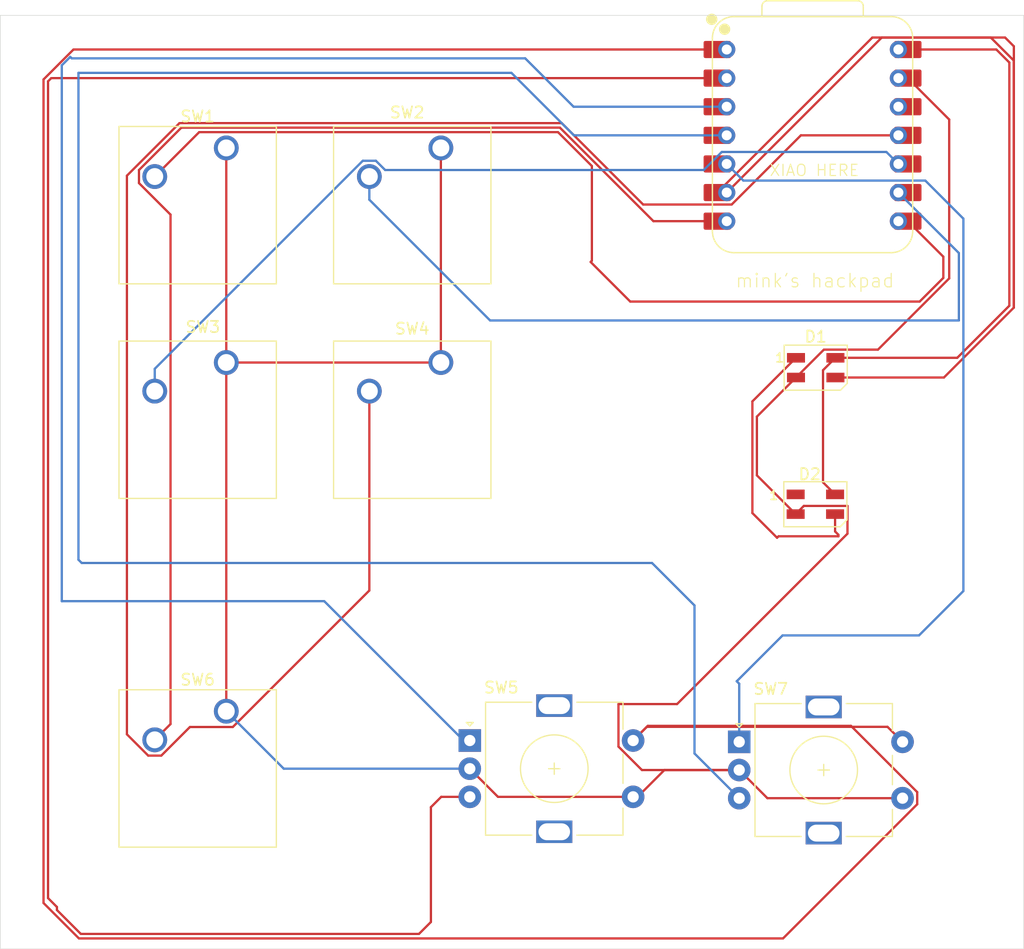
<source format=kicad_pcb>
(kicad_pcb (version 20241229) (generator "pcbnew") (generator_version "9.0")
  (layers (0 "F.Cu" signal) (2 "B.Cu" signal) (13 "F.Paste" user) (15 "B.Paste" user) (5 "F.SilkS" user "F.Silkscreen") (7 "B.SilkS" user "B.Silkscreen") (1 "F.Mask" user) (3 "B.Mask" user) (25 "Edge.Cuts" user))
  (net 0 "")
  (net 1 "Net-(D1-DIN)")
  (net 2 "+5V")
  (net 3 "Net-(D1-DOUT)")
  (net 4 "GND")
  (net 6 "Net-(U1-GPIO1{slash}RX)")
  (net 7 "Net-(U1-GPIO2{slash}SCK)")
  (net 8 "Net-(U1-GPIO4{slash}MISO)")
  (net 9 "Net-(U1-GPIO3{slash}MOSI)")
  (net 11 "Net-(U1-GPIO27{slash}ADC1{slash}A1)")
  (net 12 "Net-(U1-GPIO0{slash}TX)")
  (net 13 "Net-(U1-GPIO28{slash}ADC2{slash}A2)")
  (net 14 "Net-(U1-GPIO29{slash}ADC3{slash}A3)")
  (net 15 "Net-(U1-GPIO6{slash}SDA)")
  (net 16 "Net-(U1-GPIO26{slash}ADC0{slash}A0)")
  (footprint "Button_Switch_Keyboard:SW_Cherry_MX_1.00u_PCB" (layer "F.Cu") (at 82.804595 98.215)
    (property "Reference" "SW6" (at -2.54 -2.794 0) (layer "F.SilkS"))
    (property "Value" "SW_Push")
    (fp_line (start -9.525 -1.905) (end 4.445 -1.905) (stroke (width 0.12)) (layer "F.SilkS"))
    (fp_line (start -9.525 12.065) (end -9.525 -1.905) (stroke (width 0.12)) (layer "F.SilkS"))
    (fp_line (start 4.445 -1.905) (end 4.445 12.065) (stroke (width 0.12)) (layer "F.SilkS"))
    (fp_line (start 4.445 12.065) (end -9.525 12.065) (stroke (width 0.12)) (layer "F.SilkS"))
    (pad "" np_thru_hole circle (at -7.62 5.08) (size 1.7 1.7) (drill 1.7) (layers "*.Cu" "*.Mask"))
    (pad "" np_thru_hole circle (at -2.54 5.08) (size 4 4) (drill 4) (layers "*.Cu" "*.Mask"))
    (pad "" np_thru_hole circle (at 2.54 5.08) (size 1.7 1.7) (drill 1.7) (layers "*.Cu" "*.Mask"))
    (pad "1" thru_hole circle (at 0 0) (size 2.2 2.2) (drill 1.5) (layers "*.Cu" "*.Mask") (net 4 "GND"))
    (pad "2" thru_hole circle (at -6.35 2.54) (size 2.2 2.2) (drill 1.5) (layers "*.Cu" "*.Mask") (net 12 "Net-(U1-GPIO0{slash}TX)"))
  )
  (footprint "Rotary_Encoder:RotaryEncoder_Alps_EC11E-Switch_Vertical_H20mm" (layer "F.Cu") (at 128.340845 100.935)
    (property "Reference" "SW7" (at 2.8 -4.7 0) (layer "F.SilkS"))
    (property "Value" "RotaryEncoder_Switch")
    (fp_line (start -0.3 -1.6) (end 0.3 -1.6) (stroke (width 0.12)) (layer "F.SilkS"))
    (fp_line (start 0 -1.3) (end -0.3 -1.6) (stroke (width 0.12)) (layer "F.SilkS"))
    (fp_line (start 0.3 -1.6) (end 0 -1.3) (stroke (width 0.12)) (layer "F.SilkS"))
    (fp_line (start 1.4 -3.4) (end 1.4 8.4) (stroke (width 0.12)) (layer "F.SilkS"))
    (fp_line (start 5.5 -3.4) (end 1.4 -3.4) (stroke (width 0.12)) (layer "F.SilkS"))
    (fp_line (start 5.5 8.4) (end 1.4 8.4) (stroke (width 0.12)) (layer "F.SilkS"))
    (fp_line (start 7 2.5) (end 8 2.5) (stroke (width 0.12)) (layer "F.SilkS"))
    (fp_line (start 7.5 2) (end 7.5 3) (stroke (width 0.12)) (layer "F.SilkS"))
    (fp_line (start 9.5 -3.4) (end 13.6 -3.4) (stroke (width 0.12)) (layer "F.SilkS"))
    (fp_line (start 13.6 -3.4) (end 13.6 -1) (stroke (width 0.12)) (layer "F.SilkS"))
    (fp_line (start 13.6 1.2) (end 13.6 3.8) (stroke (width 0.12)) (layer "F.SilkS"))
    (fp_line (start 13.6 6) (end 13.6 8.4) (stroke (width 0.12)) (layer "F.SilkS"))
    (fp_line (start 13.6 8.4) (end 9.5 8.4) (stroke (width 0.12)) (layer "F.SilkS"))
    (fp_circle (center 7.5 2.5) (end 10.5 2.5) (stroke (width 0.12)) (fill no) (layer "F.SilkS"))
    (pad "A" thru_hole rect (at 0 0) (size 2 2) (drill 1) (layers "*.Cu" "*.Mask") (net 15 "Net-(U1-GPIO6{slash}SDA)"))
    (pad "B" thru_hole circle (at 0 5) (size 2 2) (drill 1) (layers "*.Cu" "*.Mask") (net 14 "Net-(U1-GPIO29{slash}ADC3{slash}A3)"))
    (pad "C" thru_hole circle (at 0 2.5) (size 2 2) (drill 1) (layers "*.Cu" "*.Mask") (net 4 "GND"))
    (pad "MP" thru_hole rect (at 7.5 -3.1) (size 3.2 2) (drill oval 2.8 1.5) (layers "*.Cu" "*.Mask"))
    (pad "MP" thru_hole rect (at 7.5 8.1) (size 3.2 2) (drill oval 2.8 1.5) (layers "*.Cu" "*.Mask"))
    (pad "S1" thru_hole circle (at 14.5 5) (size 2 2) (drill 1) (layers "*.Cu" "*.Mask") (net 4 "GND"))
    (pad "S2" thru_hole circle (at 14.5 0) (size 2 2) (drill 1) (layers "*.Cu" "*.Mask") (net 16 "Net-(U1-GPIO26{slash}ADC0{slash}A0)"))
  )
  (footprint "LED_SMD:LED_SK6812MINI_PLCC4_3.5x3.5mm_P1.75mm" (layer "F.Cu") (at 135.100845 79.84)
    (property "Reference" "D2" (at -0.5 -2.665 0) (layer "F.SilkS"))
    (property "Value" "SK6812MINI")
    (fp_line (start -2.8 -2) (end -2.8 2) (stroke (width 0.12)) (layer "F.SilkS"))
    (fp_line (start -2.8 -2) (end 2.8 -2) (stroke (width 0.12)) (layer "F.SilkS"))
    (fp_line (start -2.8 2) (end 2.2 2) (stroke (width 0.12)) (layer "F.SilkS"))
    (fp_line (start 2.8 1.4) (end 2.2 2) (stroke (width 0.12)) (layer "F.SilkS"))
    (fp_line (start 2.8 1.4) (end 2.8 -2) (stroke (width 0.12)) (layer "F.SilkS"))
    (fp_text user "1" (at -3.7 -0.79 0) (layer "F.SilkS") (effects (font (size 0.8 0.8))))
    (pad "1" smd rect (at -1.75 -0.875) (size 1.6 0.85) (layers "F.Cu" "F.Mask" "F.Paste"))
    (pad "2" smd rect (at -1.75 0.875) (size 1.6 0.85) (layers "F.Cu" "F.Mask" "F.Paste") (net 4 "GND"))
    (pad "3" smd rect (at 1.75 0.875) (size 1.6 0.85) (layers "F.Cu" "F.Mask" "F.Paste") (net 3 "Net-(D1-DOUT)"))
    (pad "4" smd rect (at 1.75 -0.875) (size 1.6 0.85) (layers "F.Cu" "F.Mask" "F.Paste") (net 2 "+5V"))
  )
  (footprint "Button_Switch_Keyboard:SW_Cherry_MX_1.00u_PCB" (layer "F.Cu") (at 101.854595 48.20875)
    (property "Reference" "SW2" (at -2.99 -3.15 0) (layer "F.SilkS"))
    (property "Value" "SW_Push")
    (fp_line (start -9.525 -1.905) (end 4.445 -1.905) (stroke (width 0.12)) (layer "F.SilkS"))
    (fp_line (start -9.525 12.065) (end -9.525 -1.905) (stroke (width 0.12)) (layer "F.SilkS"))
    (fp_line (start 4.445 -1.905) (end 4.445 12.065) (stroke (width 0.12)) (layer "F.SilkS"))
    (fp_line (start 4.445 12.065) (end -9.525 12.065) (stroke (width 0.12)) (layer "F.SilkS"))
    (pad "" np_thru_hole circle (at -7.62 5.08) (size 1.7 1.7) (drill 1.7) (layers "*.Cu" "*.Mask"))
    (pad "" np_thru_hole circle (at -2.54 5.08) (size 4 4) (drill 4) (layers "*.Cu" "*.Mask"))
    (pad "" np_thru_hole circle (at 2.54 5.08) (size 1.7 1.7) (drill 1.7) (layers "*.Cu" "*.Mask"))
    (pad "1" thru_hole circle (at 0 0) (size 2.2 2.2) (drill 1.5) (layers "*.Cu" "*.Mask") (net 4 "GND"))
    (pad "2" thru_hole circle (at -6.35 2.54) (size 2.2 2.2) (drill 1.5) (layers "*.Cu" "*.Mask") (net 7 "Net-(U1-GPIO2{slash}SCK)"))
  )
  (footprint "LED_SMD:LED_SK6812MINI_PLCC4_3.5x3.5mm_P1.75mm" (layer "F.Cu") (at 135.130845 67.715)
    (property "Reference" "D1" (at 0 -2.75 0) (layer "F.SilkS"))
    (property "Value" "SK6812MINI")
    (fp_line (start -2.8 -2) (end -2.8 2) (stroke (width 0.12)) (layer "F.SilkS"))
    (fp_line (start -2.8 -2) (end 2.8 -2) (stroke (width 0.12)) (layer "F.SilkS"))
    (fp_line (start -2.8 2) (end 2.2 2) (stroke (width 0.12)) (layer "F.SilkS"))
    (fp_line (start 2.8 1.4) (end 2.2 2) (stroke (width 0.12)) (layer "F.SilkS"))
    (fp_line (start 2.8 1.4) (end 2.8 -2) (stroke (width 0.12)) (layer "F.SilkS"))
    (fp_text user "1" (at -3.2 -0.875 0) (layer "F.SilkS") (effects (font (size 0.8 0.8))))
    (pad "1" smd rect (at -1.75 -0.875) (size 1.6 0.85) (layers "F.Cu" "F.Mask" "F.Paste") (net 3 "Net-(D1-DOUT)"))
    (pad "2" smd rect (at -1.75 0.875) (size 1.6 0.85) (layers "F.Cu" "F.Mask" "F.Paste") (net 4 "GND"))
    (pad "3" smd rect (at 1.75 0.875) (size 1.6 0.85) (layers "F.Cu" "F.Mask" "F.Paste") (net 1 "Net-(D1-DIN)"))
    (pad "4" smd rect (at 1.75 -0.875) (size 1.6 0.85) (layers "F.Cu" "F.Mask" "F.Paste") (net 2 "+5V"))
  )
  (footprint "Button_Switch_Keyboard:SW_Cherry_MX_1.00u_PCB" (layer "F.Cu") (at 101.854595 67.25875)
    (property "Reference" "SW4" (at -2.54 -3 0) (layer "F.SilkS"))
    (property "Value" "SW_Push")
    (fp_line (start -9.525 -1.905) (end 4.445 -1.905) (stroke (width 0.12)) (layer "F.SilkS"))
    (fp_line (start -9.525 12.065) (end -9.525 -1.905) (stroke (width 0.12)) (layer "F.SilkS"))
    (fp_line (start 4.445 -1.905) (end 4.445 12.065) (stroke (width 0.12)) (layer "F.SilkS"))
    (fp_line (start 4.445 12.065) (end -9.525 12.065) (stroke (width 0.12)) (layer "F.SilkS"))
    (pad "" np_thru_hole circle (at -7.62 5.08) (size 1.7 1.7) (drill 1.7) (layers "*.Cu" "*.Mask"))
    (pad "" np_thru_hole circle (at -2.54 5.08) (size 4 4) (drill 4) (layers "*.Cu" "*.Mask"))
    (pad "" np_thru_hole circle (at 2.54 5.08) (size 1.7 1.7) (drill 1.7) (layers "*.Cu" "*.Mask"))
    (pad "1" thru_hole circle (at 0 0) (size 2.2 2.2) (drill 1.5) (layers "*.Cu" "*.Mask") (net 4 "GND"))
    (pad "2" thru_hole circle (at -6.35 2.54) (size 2.2 2.2) (drill 1.5) (layers "*.Cu" "*.Mask") (net 9 "Net-(U1-GPIO3{slash}MOSI)"))
  )
  (footprint "Rotary_Encoder:RotaryEncoder_Alps_EC11E-Switch_Vertical_H20mm" (layer "F.Cu") (at 104.422095 100.81625)
    (property "Reference" "SW5" (at 2.8 -4.7 0) (layer "F.SilkS"))
    (property "Value" "RotaryEncoder_Switch")
    (fp_line (start -0.3 -1.6) (end 0.3 -1.6) (stroke (width 0.12)) (layer "F.SilkS"))
    (fp_line (start 0 -1.3) (end -0.3 -1.6) (stroke (width 0.12)) (layer "F.SilkS"))
    (fp_line (start 0.3 -1.6) (end 0 -1.3) (stroke (width 0.12)) (layer "F.SilkS"))
    (fp_line (start 1.4 -3.4) (end 1.4 8.4) (stroke (width 0.12)) (layer "F.SilkS"))
    (fp_line (start 5.5 -3.4) (end 1.4 -3.4) (stroke (width 0.12)) (layer "F.SilkS"))
    (fp_line (start 5.5 8.4) (end 1.4 8.4) (stroke (width 0.12)) (layer "F.SilkS"))
    (fp_line (start 7 2.5) (end 8 2.5) (stroke (width 0.12)) (layer "F.SilkS"))
    (fp_line (start 7.5 2) (end 7.5 3) (stroke (width 0.12)) (layer "F.SilkS"))
    (fp_line (start 9.5 -3.4) (end 13.6 -3.4) (stroke (width 0.12)) (layer "F.SilkS"))
    (fp_line (start 13.6 -3.4) (end 13.6 -1) (stroke (width 0.12)) (layer "F.SilkS"))
    (fp_line (start 13.6 1.2) (end 13.6 3.8) (stroke (width 0.12)) (layer "F.SilkS"))
    (fp_line (start 13.6 6) (end 13.6 8.4) (stroke (width 0.12)) (layer "F.SilkS"))
    (fp_line (start 13.6 8.4) (end 9.5 8.4) (stroke (width 0.12)) (layer "F.SilkS"))
    (fp_circle (center 7.5 2.5) (end 10.5 2.5) (stroke (width 0.12)) (fill no) (layer "F.SilkS"))
    (pad "A" thru_hole rect (at 0 0) (size 2 2) (drill 1) (layers "*.Cu" "*.Mask") (net 13 "Net-(U1-GPIO28{slash}ADC2{slash}A2)"))
    (pad "B" thru_hole circle (at 0 5) (size 2 2) (drill 1) (layers "*.Cu" "*.Mask") (net 11 "Net-(U1-GPIO27{slash}ADC1{slash}A1)"))
    (pad "C" thru_hole circle (at 0 2.5) (size 2 2) (drill 1) (layers "*.Cu" "*.Mask") (net 4 "GND"))
    (pad "MP" thru_hole rect (at 7.5 -3.1) (size 3.2 2) (drill oval 2.8 1.5) (layers "*.Cu" "*.Mask"))
    (pad "MP" thru_hole rect (at 7.5 8.1) (size 3.2 2) (drill oval 2.8 1.5) (layers "*.Cu" "*.Mask"))
    (pad "S1" thru_hole circle (at 14.5 5) (size 2 2) (drill 1) (layers "*.Cu" "*.Mask") (net 4 "GND"))
    (pad "S2" thru_hole circle (at 14.5 0) (size 2 2) (drill 1) (layers "*.Cu" "*.Mask") (net 16 "Net-(U1-GPIO26{slash}ADC0{slash}A0)"))
  )
  (footprint "OPL:XIAO-RP2040-DIP" (layer "F.Cu") (at 134.850845 47.09)
    (property "Reference" "U1" (hide yes))
    (property "Value" "XIAO-RP2040-DIP")
    (fp_line (start -8.89 8.509) (end -8.89 -8.636) (stroke (width 0.127)) (layer "F.SilkS"))
    (fp_line (start -6.985 10.414) (end 6.985 10.414) (stroke (width 0.127)) (layer "F.SilkS"))
    (fp_line (start -4.495 -10.541) (end -4.491272 -11.451272) (stroke (width 0.127)) (layer "F.SilkS"))
    (fp_line (start -3.991272 -11.951) (end 4.004 -11.951) (stroke (width 0.127)) (layer "F.SilkS"))
    (fp_line (start 4.504 -11.451) (end 4.504 -10.541) (stroke (width 0.127)) (layer "F.SilkS"))
    (fp_line (start 6.985 -10.541) (end -6.985 -10.541) (stroke (width 0.1)) (layer "F.SilkS"))
    (fp_line (start 6.985 -10.541) (end -6.985 -10.541) (stroke (width 0.127)) (layer "F.SilkS"))
    (fp_line (start 8.89 8.509) (end 8.89 -8.636) (stroke (width 0.127)) (layer "F.SilkS"))
    (fp_arc (start -8.89 -8.636) (mid -8.332038 -9.983038) (end -6.985 -10.541) (stroke (width 0.127)) (layer "F.SilkS"))
    (fp_arc (start -6.985 10.414) (mid -8.332038 9.856038) (end -8.89 8.509) (stroke (width 0.127)) (layer "F.SilkS"))
    (fp_arc (start -4.491272 -11.451272) (mid -4.344728 -11.80464) (end -3.991272 -11.951) (stroke (width 0.127)) (layer "F.SilkS"))
    (fp_arc (start 4.004 -11.951) (mid 4.357553 -11.804553) (end 4.504 -11.451) (stroke (width 0.127)) (layer "F.SilkS"))
    (fp_arc (start 6.985 -10.541) (mid 8.332038 -9.983038) (end 8.89 -8.636) (stroke (width 0.127)) (layer "F.SilkS"))
    (fp_arc (start 8.89 8.509) (mid 8.332038 9.856038) (end 6.985 10.414) (stroke (width 0.127)) (layer "F.SilkS"))
    (fp_circle (center -8.95 -10.3) (end -8.95 -10.554) (stroke (width 0.5)) (fill yes) (layer "F.SilkS"))
    (fp_circle (center -7.807 -9.42) (end -7.807 -9.674) (stroke (width 0.5)) (fill yes) (layer "F.SilkS"))
    (pad "1" smd roundrect (at -8.455 -7.62 180) (size 2.432 1.524) (layers "F.Cu" "F.Mask") (roundrect_rratio 0.1) (net 16 "Net-(U1-GPIO26{slash}ADC0{slash}A0)"))
    (pad "1" thru_hole circle (at -7.62 -7.62 180) (size 1.524 1.524) (drill 0.889) (layers "*.Cu" "*.Mask") (net 16 "Net-(U1-GPIO26{slash}ADC0{slash}A0)"))
    (pad "2" smd roundrect (at -8.455 -5.08 180) (size 2.432 1.524) (layers "F.Cu" "F.Mask") (roundrect_rratio 0.1) (net 11 "Net-(U1-GPIO27{slash}ADC1{slash}A1)"))
    (pad "2" thru_hole circle (at -7.62 -5.08 180) (size 1.524 1.524) (drill 0.889) (layers "*.Cu" "*.Mask") (net 11 "Net-(U1-GPIO27{slash}ADC1{slash}A1)"))
    (pad "3" smd roundrect (at -8.455 -2.54 180) (size 2.432 1.524) (layers "F.Cu" "F.Mask") (roundrect_rratio 0.1) (net 13 "Net-(U1-GPIO28{slash}ADC2{slash}A2)"))
    (pad "3" thru_hole circle (at -7.62 -2.54 180) (size 1.524 1.524) (drill 0.889) (layers "*.Cu" "*.Mask") (net 13 "Net-(U1-GPIO28{slash}ADC2{slash}A2)"))
    (pad "4" smd roundrect (at -8.455 0 180) (size 2.432 1.524) (layers "F.Cu" "F.Mask") (roundrect_rratio 0.1) (net 14 "Net-(U1-GPIO29{slash}ADC3{slash}A3)"))
    (pad "4" thru_hole circle (at -7.62 0 180) (size 1.524 1.524) (drill 0.889) (layers "*.Cu" "*.Mask") (net 14 "Net-(U1-GPIO29{slash}ADC3{slash}A3)"))
    (pad "5" smd roundrect (at -8.455 2.54 180) (size 2.432 1.524) (layers "F.Cu" "F.Mask") (roundrect_rratio 0.1) (net 15 "Net-(U1-GPIO6{slash}SDA)"))
    (pad "5" thru_hole circle (at -7.62 2.54 180) (size 1.524 1.524) (drill 0.889) (layers "*.Cu" "*.Mask") (net 15 "Net-(U1-GPIO6{slash}SDA)"))
    (pad "6" smd roundrect (at -8.455 5.08 180) (size 2.432 1.524) (layers "F.Cu" "F.Mask") (roundrect_rratio 0.1) (net 1 "Net-(D1-DIN)"))
    (pad "6" thru_hole circle (at -7.62 5.08 180) (size 1.524 1.524) (drill 0.889) (layers "*.Cu" "*.Mask") (net 1 "Net-(D1-DIN)"))
    (pad "7" smd roundrect (at -8.455 7.62 180) (size 2.432 1.524) (layers "F.Cu" "F.Mask") (roundrect_rratio 0.1) (net 12 "Net-(U1-GPIO0{slash}TX)"))
    (pad "7" thru_hole circle (at -7.62 7.62 180) (size 1.524 1.524) (drill 0.889) (layers "*.Cu" "*.Mask") (net 12 "Net-(U1-GPIO0{slash}TX)"))
    (pad "8" thru_hole circle (at 7.62 7.62) (size 1.524 1.524) (drill 0.889) (layers "*.Cu" "*.Mask") (net 6 "Net-(U1-GPIO1{slash}RX)"))
    (pad "8" smd roundrect (at 8.455 7.62) (size 2.432 1.524) (layers "F.Cu" "F.Mask") (roundrect_rratio 0.1) (net 6 "Net-(U1-GPIO1{slash}RX)"))
    (pad "9" thru_hole circle (at 7.62 5.08) (size 1.524 1.524) (drill 0.889) (layers "*.Cu" "*.Mask") (net 7 "Net-(U1-GPIO2{slash}SCK)"))
    (pad "9" smd roundrect (at 8.455 5.08) (size 2.432 1.524) (layers "F.Cu" "F.Mask") (roundrect_rratio 0.1) (net 7 "Net-(U1-GPIO2{slash}SCK)"))
    (pad "10" thru_hole circle (at 7.62 2.54) (size 1.524 1.524) (drill 0.889) (layers "*.Cu" "*.Mask") (net 8 "Net-(U1-GPIO4{slash}MISO)"))
    (pad "10" smd roundrect (at 8.455 2.54) (size 2.432 1.524) (layers "F.Cu" "F.Mask") (roundrect_rratio 0.1) (net 8 "Net-(U1-GPIO4{slash}MISO)"))
    (pad "11" thru_hole circle (at 7.62 0) (size 1.524 1.524) (drill 0.889) (layers "*.Cu" "*.Mask") (net 9 "Net-(U1-GPIO3{slash}MOSI)"))
    (pad "11" smd roundrect (at 8.455 0) (size 2.432 1.524) (layers "F.Cu" "F.Mask") (roundrect_rratio 0.1) (net 9 "Net-(U1-GPIO3{slash}MOSI)"))
    (pad "12" thru_hole circle (at 7.62 -2.54) (size 1.524 1.524) (drill 0.889) (layers "*.Cu" "*.Mask"))
    (pad "12" smd roundrect (at 8.455 -2.54) (size 2.432 1.524) (layers "F.Cu" "F.Mask") (roundrect_rratio 0.1))
    (pad "13" thru_hole circle (at 7.62 -5.08) (size 1.524 1.524) (drill 0.889) (layers "*.Cu" "*.Mask") (net 4 "GND"))
    (pad "13" smd roundrect (at 8.455 -5.08) (size 2.432 1.524) (layers "F.Cu" "F.Mask") (roundrect_rratio 0.1) (net 4 "GND"))
    (pad "14" thru_hole circle (at 7.62 -7.62) (size 1.524 1.524) (drill 0.889) (layers "*.Cu" "*.Mask") (net 2 "+5V"))
    (pad "14" smd roundrect (at 8.455 -7.62) (size 2.432 1.524) (layers "F.Cu" "F.Mask") (roundrect_rratio 0.1) (net 2 "+5V"))
  )
  (footprint "Button_Switch_Keyboard:SW_Cherry_MX_1.00u_PCB" (layer "F.Cu") (at 82.804595 67.25875)
    (property "Reference" "SW3" (at -2.08 -3.15 0) (layer "F.SilkS"))
    (property "Value" "SW_Push")
    (fp_line (start -9.525 -1.905) (end 4.445 -1.905) (stroke (width 0.12)) (layer "F.SilkS"))
    (fp_line (start -9.525 12.065) (end -9.525 -1.905) (stroke (width 0.12)) (layer "F.SilkS"))
    (fp_line (start 4.445 -1.905) (end 4.445 12.065) (stroke (width 0.12)) (layer "F.SilkS"))
    (fp_line (start 4.445 12.065) (end -9.525 12.065) (stroke (width 0.12)) (layer "F.SilkS"))
    (pad "" np_thru_hole circle (at -7.62 5.08) (size 1.7 1.7) (drill 1.7) (layers "*.Cu" "*.Mask"))
    (pad "" np_thru_hole circle (at -2.54 5.08) (size 4 4) (drill 4) (layers "*.Cu" "*.Mask"))
    (pad "" np_thru_hole circle (at 2.54 5.08) (size 1.7 1.7) (drill 1.7) (layers "*.Cu" "*.Mask"))
    (pad "1" thru_hole circle (at 0 0) (size 2.2 2.2) (drill 1.5) (layers "*.Cu" "*.Mask") (net 4 "GND"))
    (pad "2" thru_hole circle (at -6.35 2.54) (size 2.2 2.2) (drill 1.5) (layers "*.Cu" "*.Mask") (net 8 "Net-(U1-GPIO4{slash}MISO)"))
  )
  (footprint "Button_Switch_Keyboard:SW_Cherry_MX_1.00u_PCB" (layer "F.Cu") (at 82.804595 48.20875)
    (property "Reference" "SW1" (at -2.54 -2.794 0) (layer "F.SilkS"))
    (property "Value" "SW_Push")
    (fp_line (start -9.525 -1.905) (end 4.445 -1.905) (stroke (width 0.12)) (layer "F.SilkS"))
    (fp_line (start -9.525 12.065) (end -9.525 -1.905) (stroke (width 0.12)) (layer "F.SilkS"))
    (fp_line (start 4.445 -1.905) (end 4.445 12.065) (stroke (width 0.12)) (layer "F.SilkS"))
    (fp_line (start 4.445 12.065) (end -9.525 12.065) (stroke (width 0.12)) (layer "F.SilkS"))
    (pad "" np_thru_hole circle (at -7.62 5.08) (size 1.7 1.7) (drill 1.7) (layers "*.Cu" "*.Mask"))
    (pad "" np_thru_hole circle (at -2.54 5.08) (size 4 4) (drill 4) (layers "*.Cu" "*.Mask"))
    (pad "" np_thru_hole circle (at 2.54 5.08) (size 1.7 1.7) (drill 1.7) (layers "*.Cu" "*.Mask"))
    (pad "1" thru_hole circle (at 0 0) (size 2.2 2.2) (drill 1.5) (layers "*.Cu" "*.Mask") (net 4 "GND"))
    (pad "2" thru_hole circle (at -6.35 2.54) (size 2.2 2.2) (drill 1.5) (layers "*.Cu" "*.Mask") (net 6 "Net-(U1-GPIO1{slash}RX)"))
  )
  (gr_rect (start 62.740845 36.44) (end 153.6 119.3) (stroke (width 0.05)) (fill no) (layer "Edge.Cuts"))
  (gr_text "XIAO HERE" (at 130.970845 50.785 0) (layer "F.SilkS") (effects (font (size 1 1) (thickness 0.1)) (justify left bottom)))
  (gr_text "mink's hackpad" (at 127.940845 60.695 0) (layer "F.SilkS") (effects (font (size 1.2 1.2) (thickness 0.1)) (justify left bottom)))
  (segment (start 152.721845 62.3811) (end 152.721845 39.186) (width 0.2) (layer "F.Cu") (net 1))
  (segment (start 152.721845 39.186) (end 151.942845 38.407) (width 0.2) (layer "F.Cu") (net 1))
  (segment (start 140.993845 38.407) (end 127.230845 52.17) (width 0.2) (layer "F.Cu") (net 1))
  (segment (start 146.512945 68.59) (end 152.721845 62.3811) (width 0.2) (layer "F.Cu") (net 1))
  (segment (start 152.721845 40.4589) (end 150.669945 38.407) (width 0.2) (layer "F.Cu") (net 1))
  (segment (start 152.721845 62.3811) (end 152.721845 40.4589) (width 0.2) (layer "F.Cu") (net 1))
  (segment (start 140.158845 38.407) (end 126.395845 52.17) (width 0.2) (layer "F.Cu") (net 1))
  (segment (start 136.880845 68.59) (end 146.512945 68.59) (width 0.2) (layer "F.Cu") (net 1))
  (segment (start 151.942845 38.407) (end 140.158845 38.407) (width 0.2) (layer "F.Cu") (net 1))
  (segment (start 150.669945 38.407) (end 140.993845 38.407) (width 0.2) (layer "F.Cu") (net 1))
  (segment (start 152.320845 62.215) (end 147.695845 66.84) (width 0.2) (layer "F.Cu") (net 2))
  (segment (start 136.880845 66.84) (end 135.779845 67.941) (width 0.2) (layer "F.Cu") (net 2))
  (segment (start 147.695845 66.84) (end 136.880845 66.84) (width 0.2) (layer "F.Cu") (net 2))
  (segment (start 135.779845 77.894) (end 136.850845 78.965) (width 0.2) (layer "F.Cu") (net 2))
  (segment (start 152.320845 40.625) (end 152.320845 62.215) (width 0.2) (layer "F.Cu") (net 2))
  (segment (start 151.165845 39.47) (end 152.320845 40.625) (width 0.2) (layer "F.Cu") (net 2))
  (segment (start 135.779845 67.941) (end 135.779845 77.894) (width 0.2) (layer "F.Cu") (net 2))
  (segment (start 142.470845 39.47) (end 151.165845 39.47) (width 0.2) (layer "F.Cu") (net 2))
  (segment (start 129.509845 70.711) (end 129.509845 80.624) (width 0.2) (layer "F.Cu") (net 3))
  (segment (start 137.150845 82.555) (end 136.850845 82.255) (width 0.2) (layer "F.Cu") (net 3))
  (segment (start 129.509845 80.624) (end 131.700845 82.815) (width 0.2) (layer "F.Cu") (net 3))
  (segment (start 131.700845 82.815) (end 131.830845 82.685) (width 0.2) (layer "F.Cu") (net 3))
  (segment (start 131.830845 82.685) (end 137.150845 82.685) (width 0.2) (layer "F.Cu") (net 3))
  (segment (start 133.380845 66.84) (end 129.509845 70.711) (width 0.2) (layer "F.Cu") (net 3))
  (segment (start 137.150845 82.685) (end 137.150845 82.555) (width 0.2) (layer "F.Cu") (net 3))
  (segment (start 136.850845 82.255) (end 136.850845 80.715) (width 0.2) (layer "F.Cu") (net 3))
  (segment (start 129.910845 72.06) (end 129.910845 77.275) (width 0.2) (layer "F.Cu") (net 4))
  (segment (start 137.951845 82.4511) (end 137.951845 79.989) (width 0.2) (layer "F.Cu") (net 4))
  (segment (start 82.804595 98.215) (end 82.804595 67.25875) (width 0.2) (layer "F.Cu") (net 4))
  (segment (start 135.856845 66.114) (end 133.380845 68.59) (width 0.2) (layer "F.Cu") (net 4))
  (segment (start 104.422095 103.31625) (end 106.922095 105.81625) (width 0.2) (layer "F.Cu") (net 4))
  (segment (start 117.621095 97.578905) (end 122.82404 97.578905) (width 0.2) (layer "F.Cu") (net 4))
  (segment (start 119.700953 103.435) (end 117.621095 101.355142) (width 0.2) (layer "F.Cu") (net 4))
  (segment (start 106.922095 105.81625) (end 118.922095 105.81625) (width 0.2) (layer "F.Cu") (net 4))
  (segment (start 121.7 103.435) (end 119.403972 105.731028) (width 0.2) (layer "F.Cu") (net 4))
  (segment (start 101.854595 67.25875) (end 82.804595 67.25875) (width 0.2) (layer "F.Cu") (net 4))
  (segment (start 119.403972 105.731028) (end 119.205645 105.532701) (width 0.2) (layer "F.Cu") (net 4))
  (segment (start 133.380845 68.59) (end 129.910845 72.06) (width 0.2) (layer "F.Cu") (net 4))
  (segment (start 101.854595 48.20875) (end 101.854595 67.25875) (width 0.2) (layer "F.Cu") (net 4))
  (segment (start 130.840845 105.935) (end 142.840845 105.935) (width 0.2) (layer "F.Cu") (net 4))
  (segment (start 117.621095 101.355142) (end 117.621095 97.578905) (width 0.2) (layer "F.Cu") (net 4))
  (segment (start 128.340845 103.435) (end 121.7 103.435) (width 0.2) (layer "F.Cu") (net 4))
  (segment (start 134.076845 79.989) (end 133.350845 80.715) (width 0.2) (layer "F.Cu") (net 4))
  (segment (start 140.658945 66.114) (end 135.856845 66.114) (width 0.2) (layer "F.Cu") (net 4))
  (segment (start 143.305845 42.01) (end 146.981845 45.686) (width 0.2) (layer "F.Cu") (net 4))
  (segment (start 128.340845 103.435) (end 130.840845 105.935) (width 0.2) (layer "F.Cu") (net 4))
  (segment (start 137.951845 79.989) (end 134.076845 79.989) (width 0.2) (layer "F.Cu") (net 4))
  (segment (start 146.981845 45.686) (end 146.981845 59.7911) (width 0.2) (layer "F.Cu") (net 4))
  (segment (start 129.910845 77.275) (end 133.350845 80.715) (width 0.2) (layer "F.Cu") (net 4))
  (segment (start 82.804595 67.25875) (end 82.804595 48.20875) (width 0.2) (layer "F.Cu") (net 4))
  (segment (start 128.340845 103.435) (end 119.700953 103.435) (width 0.2) (layer "F.Cu") (net 4))
  (segment (start 122.82404 97.578905) (end 137.951845 82.4511) (width 0.2) (layer "F.Cu") (net 4))
  (segment (start 146.981845 59.7911) (end 140.658945 66.114) (width 0.2) (layer "F.Cu") (net 4))
  (segment (start 87.905845 103.31625) (end 82.804595 98.215) (width 0.2) (layer "B.Cu") (net 4))
  (segment (start 104.422095 103.31625) (end 87.905845 103.31625) (width 0.2) (layer "B.Cu") (net 4))
  (segment (start 112.253595 46.80775) (end 115.260845 49.815) (width 0.2) (layer "F.Cu") (net 6))
  (segment (start 146.460845 59.745001) (end 144.357923 61.847923) (width 0.2) (layer "F.Cu") (net 6))
  (segment (start 118.667923 61.847923) (end 115.15 58.33) (width 0.2) (layer "F.Cu") (net 6))
  (segment (start 76.454595 50.74875) (end 80.395595 46.80775) (width 0.2) (layer "F.Cu") (net 6))
  (segment (start 146.460845 57.865) (end 146.460845 59.745001) (width 0.2) (layer "F.Cu") (net 6))
  (segment (start 144.357923 61.847923) (end 118.667923 61.847923) (width 0.2) (layer "F.Cu") (net 6))
  (segment (start 115.260845 58.219155) (end 115.15 58.33) (width 0.2) (layer "F.Cu") (net 6))
  (segment (start 143.305845 54.71) (end 146.460845 57.865) (width 0.2) (layer "F.Cu") (net 6))
  (segment (start 80.395595 46.80775) (end 112.253595 46.80775) (width 0.2) (layer "F.Cu") (net 6))
  (segment (start 115.260845 49.815) (end 115.260845 58.219155) (width 0.2) (layer "F.Cu") (net 6))
  (segment (start 95.504595 52.803566) (end 106.226029 63.525) (width 0.2) (layer "B.Cu") (net 7))
  (segment (start 147.840845 63.525) (end 147.840845 57.54) (width 0.2) (layer "B.Cu") (net 7))
  (segment (start 106.226029 63.525) (end 147.840845 63.525) (width 0.2) (layer "B.Cu") (net 7))
  (segment (start 95.504595 50.74875) (end 95.504595 52.803566) (width 0.2) (layer "B.Cu") (net 7))
  (segment (start 147.840845 57.54) (end 142.470845 52.17) (width 0.2) (layer "B.Cu") (net 7))
  (segment (start 126.790535 48.567) (end 141.407845 48.567) (width 0.2) (layer "B.Cu") (net 8))
  (segment (start 76.454595 69.79875) (end 76.454595 67.817436) (width 0.2) (layer "B.Cu") (net 8))
  (segment (start 141.407845 48.567) (end 142.470845 49.63) (width 0.2) (layer "B.Cu") (net 8))
  (segment (start 96.084909 49.34775) (end 96.905595 50.168436) (width 0.2) (layer "B.Cu") (net 8))
  (segment (start 76.454595 67.817436) (end 94.924281 49.34775) (width 0.2) (layer "B.Cu") (net 8))
  (segment (start 125.189099 50.168436) (end 126.790535 48.567) (width 0.2) (layer "B.Cu") (net 8))
  (segment (start 96.905595 50.168436) (end 125.189099 50.168436) (width 0.2) (layer "B.Cu") (net 8))
  (segment (start 94.924281 49.34775) (end 96.084909 49.34775) (width 0.2) (layer "B.Cu") (net 8))
  (segment (start 143.305845 47.09) (end 133.814155 47.09) (width 0.2) (layer "F.Cu") (net 9))
  (segment (start 95.504595 87.496314) (end 95.504595 69.79875) (width 0.2) (layer "F.Cu") (net 9))
  (segment (start 112.585795 46.00575) (end 78.649181 46.00575) (width 0.2) (layer "F.Cu") (net 9))
  (segment (start 73.983595 50.671336) (end 73.983595 100.265314) (width 0.2) (layer "F.Cu") (net 9))
  (segment (start 75.874281 102.156) (end 77.034909 102.156) (width 0.2) (layer "F.Cu") (net 9))
  (segment (start 79.574909 99.616) (end 83.384909 99.616) (width 0.2) (layer "F.Cu") (net 9))
  (segment (start 119.813045 53.233) (end 112.585795 46.00575) (width 0.2) (layer "F.Cu") (net 9))
  (segment (start 83.384909 99.616) (end 95.504595 87.496314) (width 0.2) (layer "F.Cu") (net 9))
  (segment (start 127.671155 53.233) (end 119.813045 53.233) (width 0.2) (layer "F.Cu") (net 9))
  (segment (start 73.983595 100.265314) (end 75.874281 102.156) (width 0.2) (layer "F.Cu") (net 9))
  (segment (start 78.649181 46.00575) (end 73.983595 50.671336) (width 0.2) (layer "F.Cu") (net 9))
  (segment (start 133.814155 47.09) (end 127.671155 53.233) (width 0.2) (layer "F.Cu") (net 9))
  (segment (start 77.034909 102.156) (end 79.574909 99.616) (width 0.2) (layer "F.Cu") (net 9))
  (segment (start 67.770845 115.595) (end 67.770845 115.865) (width 0.2) (layer "F.Cu") (net 11))
  (segment (start 69.890845 117.985) (end 99.910845 117.985) (width 0.2) (layer "F.Cu") (net 11))
  (segment (start 66.980845 42.295) (end 66.980845 114.805) (width 0.2) (layer "F.Cu") (net 11))
  (segment (start 126.395845 42.01) (end 67.265845 42.01) (width 0.2) (layer "F.Cu") (net 11))
  (segment (start 67.770845 115.865) (end 69.890845 117.985) (width 0.2) (layer "F.Cu") (net 11))
  (segment (start 67.265845 42.01) (end 66.980845 42.295) (width 0.2) (layer "F.Cu") (net 11))
  (segment (start 99.910845 117.985) (end 100.970845 116.925) (width 0.2) (layer "F.Cu") (net 11))
  (segment (start 100.970845 106.7325) (end 101.887095 105.81625) (width 0.2) (layer "F.Cu") (net 11))
  (segment (start 100.970845 116.925) (end 100.970845 106.7325) (width 0.2) (layer "F.Cu") (net 11))
  (segment (start 66.980845 114.805) (end 67.770845 115.595) (width 0.2) (layer "F.Cu") (net 11))
  (segment (start 101.887095 105.81625) (end 104.422095 105.81625) (width 0.2) (layer "F.Cu") (net 11))
  (segment (start 112.419695 46.40675) (end 78.815281 46.40675) (width 0.2) (layer "F.Cu") (net 12))
  (segment (start 75.053595 50.168436) (end 75.053595 51.329064) (width 0.2) (layer "F.Cu") (net 12))
  (segment (start 77.855595 54.131064) (end 77.855595 99.354) (width 0.2) (layer "F.Cu") (net 12))
  (segment (start 78.815281 46.40675) (end 75.053595 50.168436) (width 0.2) (layer "F.Cu") (net 12))
  (segment (start 77.855595 99.354) (end 76.454595 100.755) (width 0.2) (layer "F.Cu") (net 12))
  (segment (start 127.230845 54.71) (end 120.722945 54.71) (width 0.2) (layer "F.Cu") (net 12))
  (segment (start 75.053595 51.329064) (end 77.855595 54.131064) (width 0.2) (layer "F.Cu") (net 12))
  (segment (start 120.722945 54.71) (end 112.419695 46.40675) (width 0.2) (layer "F.Cu") (net 12))
  (segment (start 68.200845 88.445) (end 91.500845 88.445) (width 0.2) (layer "B.Cu") (net 13))
  (segment (start 69.080845 40.255) (end 68.950845 40.125) (width 0.2) (layer "B.Cu") (net 13))
  (segment (start 68.200845 40.875) (end 68.200845 88.445) (width 0.2) (layer "B.Cu") (net 13))
  (segment (start 68.950845 40.125) (end 68.200845 40.875) (width 0.2) (layer "B.Cu") (net 13))
  (segment (start 103.872095 100.81625) (end 104.422095 100.81625) (width 0.2) (layer "B.Cu") (net 13))
  (segment (start 127.230845 44.55) (end 113.635845 44.55) (width 0.2) (layer "B.Cu") (net 13))
  (segment (start 113.635845 44.55) (end 109.340845 40.255) (width 0.2) (layer "B.Cu") (net 13))
  (segment (start 91.500845 88.445) (end 103.872095 100.81625) (width 0.2) (layer "B.Cu") (net 13))
  (segment (start 109.340845 40.255) (end 69.080845 40.255) (width 0.2) (layer "B.Cu") (net 13))
  (segment (start 120.600845 85.055) (end 124.370845 88.825) (width 0.2) (layer "B.Cu") (net 14))
  (segment (start 127.230845 47.09) (end 113.665845 47.09) (width 0.2) (layer "B.Cu") (net 14))
  (segment (start 113.665845 47.09) (end 108.120845 41.545) (width 0.2) (layer "B.Cu") (net 14))
  (segment (start 69.680845 41.545) (end 69.680845 84.765) (width 0.2) (layer "B.Cu") (net 14))
  (segment (start 124.370845 101.965) (end 128.340845 105.935) (width 0.2) (layer "B.Cu") (net 14))
  (segment (start 69.970845 85.055) (end 120.600845 85.055) (width 0.2) (layer "B.Cu") (net 14))
  (segment (start 108.120845 41.545) (end 69.680845 41.545) (width 0.2) (layer "B.Cu") (net 14))
  (segment (start 124.370845 88.825) (end 124.370845 101.965) (width 0.2) (layer "B.Cu") (net 14))
  (segment (start 69.680845 84.765) (end 69.970845 85.055) (width 0.2) (layer "B.Cu") (net 14))
  (segment (start 144.861845 51.107) (end 148.241845 54.487) (width 0.2) (layer "B.Cu") (net 15))
  (segment (start 148.241845 87.544) (end 144.300845 91.485) (width 0.2) (layer "B.Cu") (net 15))
  (segment (start 148.241845 54.487) (end 148.241845 87.544) (width 0.2) (layer "B.Cu") (net 15))
  (segment (start 132.190845 91.485) (end 128.120845 95.555) (width 0.2) (layer "B.Cu") (net 15))
  (segment (start 127.230845 49.63) (end 128.707845 51.107) (width 0.2) (layer "B.Cu") (net 15))
  (segment (start 144.300845 91.485) (end 132.190845 91.485) (width 0.2) (layer "B.Cu") (net 15))
  (segment (start 128.340845 95.775) (end 128.340845 100.935) (width 0.2) (layer "B.Cu") (net 15))
  (segment (start 128.120845 95.555) (end 128.340845 95.775) (width 0.2) (layer "B.Cu") (net 15))
  (segment (start 128.707845 51.107) (end 144.861845 51.107) (width 0.2) (layer "B.Cu") (net 15))
  (segment (start 138.260987 99.51525) (end 144.141845 105.396108) (width 0.2) (layer "F.Cu") (net 16))
  (segment (start 144.141845 106.473892) (end 132.229737 118.386) (width 0.2) (layer "F.Cu") (net 16))
  (segment (start 69.238745 39.47) (end 127.230845 39.47) (width 0.2) (layer "F.Cu") (net 16))
  (segment (start 66.579845 115.2411) (end 66.579845 42.1289) (width 0.2) (layer "F.Cu") (net 16))
  (segment (start 66.579845 42.1289) (end 69.238745 39.47) (width 0.2) (layer "F.Cu") (net 16))
  (segment (start 69.724745 118.386) (end 66.579845 115.2411) (width 0.2) (layer "F.Cu") (net 16))
  (segment (start 144.141845 105.396108) (end 144.141845 106.473892) (width 0.2) (layer "F.Cu") (net 16))
  (segment (start 120.138345 99.6) (end 118.922095 100.81625) (width 0.2) (layer "F.Cu") (net 16))
  (segment (start 142.840845 100.935) (end 141.505845 99.6) (width 0.2) (layer "F.Cu") (net 16))
  (segment (start 132.229737 118.386) (end 69.724745 118.386) (width 0.2) (layer "F.Cu") (net 16))
  (segment (start 120.223095 99.51525) (end 138.260987 99.51525) (width 0.2) (layer "F.Cu") (net 16))
  (segment (start 141.505845 99.6) (end 120.138345 99.6) (width 0.2) (layer "F.Cu") (net 16))
  (segment (start 118.922095 100.81625) (end 120.223095 99.51525) (width 0.2) (layer "F.Cu") (net 16))
  (segment (start 127.230845 39.47) (end 126.645845 38.885) (width 0.2) (layer "F.Cu") (net 16))
)
</source>
